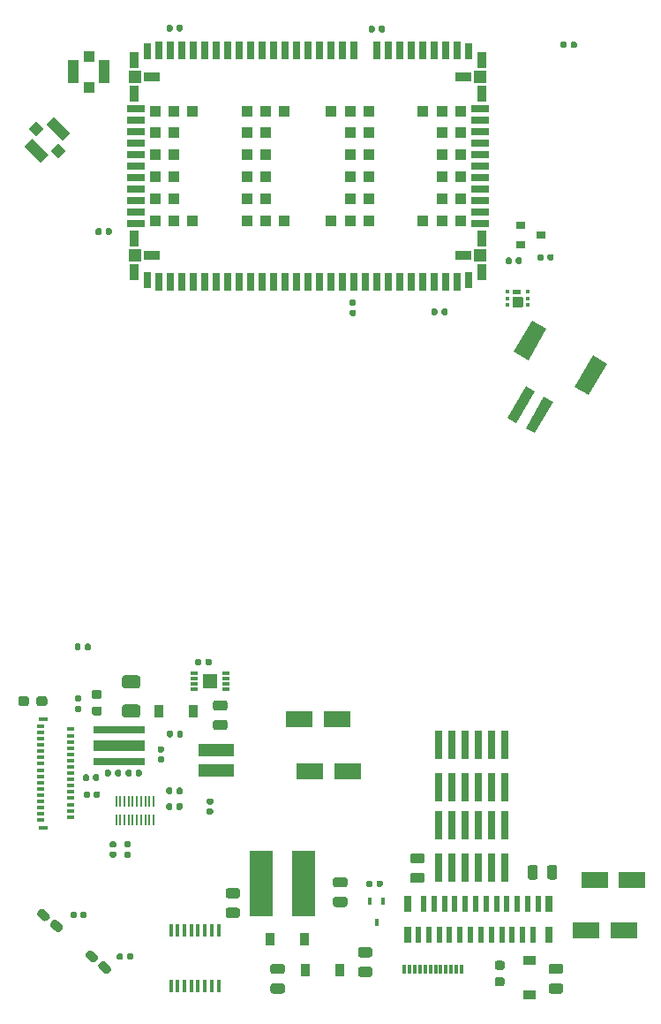
<source format=gbr>
G04 #@! TF.GenerationSoftware,KiCad,Pcbnew,5.1.6+dfsg1-1~bpo10+1*
G04 #@! TF.CreationDate,2020-12-21T12:29:25-05:00*
G04 #@! TF.ProjectId,4GRCP_Mainboard,34475243-505f-44d6-9169-6e626f617264,rev?*
G04 #@! TF.SameCoordinates,Original*
G04 #@! TF.FileFunction,Paste,Top*
G04 #@! TF.FilePolarity,Positive*
%FSLAX46Y46*%
G04 Gerber Fmt 4.6, Leading zero omitted, Abs format (unit mm)*
G04 Created by KiCad (PCBNEW 5.1.6+dfsg1-1~bpo10+1) date 2020-12-21 12:29:25*
%MOMM*%
%LPD*%
G01*
G04 APERTURE LIST*
%ADD10C,0.010000*%
%ADD11R,0.350000X0.890000*%
%ADD12R,0.800000X1.600000*%
%ADD13R,0.600000X1.600000*%
%ADD14R,0.740000X2.790000*%
%ADD15R,0.406400X1.270000*%
%ADD16R,5.000000X0.700000*%
%ADD17R,5.000000X1.000000*%
%ADD18C,0.100000*%
%ADD19R,2.600000X1.600000*%
%ADD20R,1.000000X1.000000*%
%ADD21R,1.050000X2.200000*%
%ADD22R,3.400000X1.200000*%
%ADD23R,0.450000X0.300000*%
%ADD24R,0.850000X1.550000*%
%ADD25R,1.550000X0.850000*%
%ADD26R,1.150000X1.150000*%
%ADD27R,0.800000X1.500000*%
%ADD28R,0.750000X1.750000*%
%ADD29R,1.750000X0.750000*%
%ADD30R,1.050000X1.050000*%
%ADD31R,0.200000X1.000000*%
%ADD32R,0.200000X1.100000*%
%ADD33R,0.800000X0.300000*%
%ADD34R,0.650000X0.300000*%
%ADD35R,0.950000X0.400000*%
%ADD36R,0.900000X1.200000*%
%ADD37R,0.750000X0.300000*%
%ADD38R,1.360000X1.460000*%
%ADD39R,1.200000X0.900000*%
%ADD40R,0.450000X0.700000*%
%ADD41R,0.900000X0.800000*%
%ADD42R,2.200000X6.300000*%
G04 APERTURE END LIST*
D10*
G36*
X168000000Y-83455000D02*
G01*
X167200000Y-83455000D01*
X167197383Y-83454931D01*
X167194774Y-83454726D01*
X167192178Y-83454384D01*
X167189604Y-83453907D01*
X167187059Y-83453296D01*
X167184549Y-83452553D01*
X167182082Y-83451679D01*
X167179663Y-83450677D01*
X167177300Y-83449550D01*
X167175000Y-83448301D01*
X167172768Y-83446934D01*
X167170611Y-83445451D01*
X167168534Y-83443857D01*
X167166543Y-83442157D01*
X167164645Y-83440355D01*
X167162843Y-83438457D01*
X167161143Y-83436466D01*
X167159549Y-83434389D01*
X167158066Y-83432232D01*
X167156699Y-83430000D01*
X167155450Y-83427700D01*
X167154323Y-83425337D01*
X167153321Y-83422918D01*
X167152447Y-83420451D01*
X167151704Y-83417941D01*
X167151093Y-83415396D01*
X167150616Y-83412822D01*
X167150274Y-83410226D01*
X167150069Y-83407617D01*
X167150000Y-83405000D01*
X167150000Y-82645000D01*
X167150069Y-82642383D01*
X167150274Y-82639774D01*
X167150616Y-82637178D01*
X167151093Y-82634604D01*
X167151704Y-82632059D01*
X167152447Y-82629549D01*
X167153321Y-82627082D01*
X167154323Y-82624663D01*
X167155450Y-82622300D01*
X167156699Y-82620000D01*
X167158066Y-82617768D01*
X167159549Y-82615611D01*
X167161143Y-82613534D01*
X167162843Y-82611543D01*
X167164645Y-82609645D01*
X167166543Y-82607843D01*
X167168534Y-82606143D01*
X167170611Y-82604549D01*
X167172768Y-82603066D01*
X167175000Y-82601699D01*
X167177300Y-82600450D01*
X167179663Y-82599323D01*
X167182082Y-82598321D01*
X167184549Y-82597447D01*
X167187059Y-82596704D01*
X167189604Y-82596093D01*
X167192178Y-82595616D01*
X167194774Y-82595274D01*
X167197383Y-82595069D01*
X167200000Y-82595000D01*
X168000000Y-82595000D01*
X168002617Y-82595069D01*
X168005226Y-82595274D01*
X168007822Y-82595616D01*
X168010396Y-82596093D01*
X168012941Y-82596704D01*
X168015451Y-82597447D01*
X168017918Y-82598321D01*
X168020337Y-82599323D01*
X168022700Y-82600450D01*
X168025000Y-82601699D01*
X168027232Y-82603066D01*
X168029389Y-82604549D01*
X168031466Y-82606143D01*
X168033457Y-82607843D01*
X168035355Y-82609645D01*
X168037157Y-82611543D01*
X168038857Y-82613534D01*
X168040451Y-82615611D01*
X168041934Y-82617768D01*
X168043301Y-82620000D01*
X168044550Y-82622300D01*
X168045677Y-82624663D01*
X168046679Y-82627082D01*
X168047553Y-82629549D01*
X168048296Y-82632059D01*
X168048907Y-82634604D01*
X168049384Y-82637178D01*
X168049726Y-82639774D01*
X168049931Y-82642383D01*
X168050000Y-82645000D01*
X168050000Y-83405000D01*
X168049931Y-83407617D01*
X168049726Y-83410226D01*
X168049384Y-83412822D01*
X168048907Y-83415396D01*
X168048296Y-83417941D01*
X168047553Y-83420451D01*
X168046679Y-83422918D01*
X168045677Y-83425337D01*
X168044550Y-83427700D01*
X168043301Y-83430000D01*
X168041934Y-83432232D01*
X168040451Y-83434389D01*
X168038857Y-83436466D01*
X168037157Y-83438457D01*
X168035355Y-83440355D01*
X168033457Y-83442157D01*
X168031466Y-83443857D01*
X168029389Y-83445451D01*
X168027232Y-83446934D01*
X168025000Y-83448301D01*
X168022700Y-83449550D01*
X168020337Y-83450677D01*
X168017918Y-83451679D01*
X168015451Y-83452553D01*
X168012941Y-83453296D01*
X168010396Y-83453907D01*
X168007822Y-83454384D01*
X168005226Y-83454726D01*
X168002617Y-83454931D01*
X168000000Y-83455000D01*
G37*
X168000000Y-83455000D02*
X167200000Y-83455000D01*
X167197383Y-83454931D01*
X167194774Y-83454726D01*
X167192178Y-83454384D01*
X167189604Y-83453907D01*
X167187059Y-83453296D01*
X167184549Y-83452553D01*
X167182082Y-83451679D01*
X167179663Y-83450677D01*
X167177300Y-83449550D01*
X167175000Y-83448301D01*
X167172768Y-83446934D01*
X167170611Y-83445451D01*
X167168534Y-83443857D01*
X167166543Y-83442157D01*
X167164645Y-83440355D01*
X167162843Y-83438457D01*
X167161143Y-83436466D01*
X167159549Y-83434389D01*
X167158066Y-83432232D01*
X167156699Y-83430000D01*
X167155450Y-83427700D01*
X167154323Y-83425337D01*
X167153321Y-83422918D01*
X167152447Y-83420451D01*
X167151704Y-83417941D01*
X167151093Y-83415396D01*
X167150616Y-83412822D01*
X167150274Y-83410226D01*
X167150069Y-83407617D01*
X167150000Y-83405000D01*
X167150000Y-82645000D01*
X167150069Y-82642383D01*
X167150274Y-82639774D01*
X167150616Y-82637178D01*
X167151093Y-82634604D01*
X167151704Y-82632059D01*
X167152447Y-82629549D01*
X167153321Y-82627082D01*
X167154323Y-82624663D01*
X167155450Y-82622300D01*
X167156699Y-82620000D01*
X167158066Y-82617768D01*
X167159549Y-82615611D01*
X167161143Y-82613534D01*
X167162843Y-82611543D01*
X167164645Y-82609645D01*
X167166543Y-82607843D01*
X167168534Y-82606143D01*
X167170611Y-82604549D01*
X167172768Y-82603066D01*
X167175000Y-82601699D01*
X167177300Y-82600450D01*
X167179663Y-82599323D01*
X167182082Y-82598321D01*
X167184549Y-82597447D01*
X167187059Y-82596704D01*
X167189604Y-82596093D01*
X167192178Y-82595616D01*
X167194774Y-82595274D01*
X167197383Y-82595069D01*
X167200000Y-82595000D01*
X168000000Y-82595000D01*
X168002617Y-82595069D01*
X168005226Y-82595274D01*
X168007822Y-82595616D01*
X168010396Y-82596093D01*
X168012941Y-82596704D01*
X168015451Y-82597447D01*
X168017918Y-82598321D01*
X168020337Y-82599323D01*
X168022700Y-82600450D01*
X168025000Y-82601699D01*
X168027232Y-82603066D01*
X168029389Y-82604549D01*
X168031466Y-82606143D01*
X168033457Y-82607843D01*
X168035355Y-82609645D01*
X168037157Y-82611543D01*
X168038857Y-82613534D01*
X168040451Y-82615611D01*
X168041934Y-82617768D01*
X168043301Y-82620000D01*
X168044550Y-82622300D01*
X168045677Y-82624663D01*
X168046679Y-82627082D01*
X168047553Y-82629549D01*
X168048296Y-82632059D01*
X168048907Y-82634604D01*
X168049384Y-82637178D01*
X168049726Y-82639774D01*
X168049931Y-82642383D01*
X168050000Y-82645000D01*
X168050000Y-83405000D01*
X168049931Y-83407617D01*
X168049726Y-83410226D01*
X168049384Y-83412822D01*
X168048907Y-83415396D01*
X168048296Y-83417941D01*
X168047553Y-83420451D01*
X168046679Y-83422918D01*
X168045677Y-83425337D01*
X168044550Y-83427700D01*
X168043301Y-83430000D01*
X168041934Y-83432232D01*
X168040451Y-83434389D01*
X168038857Y-83436466D01*
X168037157Y-83438457D01*
X168035355Y-83440355D01*
X168033457Y-83442157D01*
X168031466Y-83443857D01*
X168029389Y-83445451D01*
X168027232Y-83446934D01*
X168025000Y-83448301D01*
X168022700Y-83449550D01*
X168020337Y-83450677D01*
X168017918Y-83451679D01*
X168015451Y-83452553D01*
X168012941Y-83453296D01*
X168010396Y-83453907D01*
X168007822Y-83454384D01*
X168005226Y-83454726D01*
X168002617Y-83454931D01*
X168000000Y-83455000D01*
G36*
X167205000Y-81905000D02*
G01*
X167805000Y-81905000D01*
X167807617Y-81905069D01*
X167810226Y-81905274D01*
X167812822Y-81905616D01*
X167815396Y-81906093D01*
X167817941Y-81906704D01*
X167820451Y-81907447D01*
X167822918Y-81908321D01*
X167825337Y-81909323D01*
X167827700Y-81910450D01*
X167830000Y-81911699D01*
X167832232Y-81913066D01*
X167834389Y-81914549D01*
X167836466Y-81916143D01*
X167838457Y-81917843D01*
X167840355Y-81919645D01*
X167842157Y-81921543D01*
X167843857Y-81923534D01*
X167845451Y-81925611D01*
X167846934Y-81927768D01*
X167848301Y-81930000D01*
X167849550Y-81932300D01*
X167850677Y-81934663D01*
X167851679Y-81937082D01*
X167852553Y-81939549D01*
X167853296Y-81942059D01*
X167853907Y-81944604D01*
X167854384Y-81947178D01*
X167854726Y-81949774D01*
X167854931Y-81952383D01*
X167855000Y-81955000D01*
X167855000Y-82145000D01*
X167854931Y-82147617D01*
X167854726Y-82150226D01*
X167854384Y-82152822D01*
X167853907Y-82155396D01*
X167853296Y-82157941D01*
X167852553Y-82160451D01*
X167851679Y-82162918D01*
X167850677Y-82165337D01*
X167849550Y-82167700D01*
X167848301Y-82170000D01*
X167846934Y-82172232D01*
X167845451Y-82174389D01*
X167843857Y-82176466D01*
X167842157Y-82178457D01*
X167840355Y-82180355D01*
X167838457Y-82182157D01*
X167836466Y-82183857D01*
X167834389Y-82185451D01*
X167832232Y-82186934D01*
X167830000Y-82188301D01*
X167827700Y-82189550D01*
X167825337Y-82190677D01*
X167822918Y-82191679D01*
X167820451Y-82192553D01*
X167817941Y-82193296D01*
X167815396Y-82193907D01*
X167812822Y-82194384D01*
X167810226Y-82194726D01*
X167807617Y-82194931D01*
X167805000Y-82195000D01*
X167205000Y-82195000D01*
X167202383Y-82194931D01*
X167199774Y-82194726D01*
X167197178Y-82194384D01*
X167194604Y-82193907D01*
X167192059Y-82193296D01*
X167189549Y-82192553D01*
X167187082Y-82191679D01*
X167184663Y-82190677D01*
X167182300Y-82189550D01*
X167180000Y-82188301D01*
X167177768Y-82186934D01*
X167175611Y-82185451D01*
X167173534Y-82183857D01*
X167171543Y-82182157D01*
X167169645Y-82180355D01*
X167167843Y-82178457D01*
X167166143Y-82176466D01*
X167164549Y-82174389D01*
X167163066Y-82172232D01*
X167161699Y-82170000D01*
X167160450Y-82167700D01*
X167159323Y-82165337D01*
X167158321Y-82162918D01*
X167157447Y-82160451D01*
X167156704Y-82157941D01*
X167156093Y-82155396D01*
X167155616Y-82152822D01*
X167155274Y-82150226D01*
X167155069Y-82147617D01*
X167155000Y-82145000D01*
X167155000Y-81955000D01*
X167155069Y-81952383D01*
X167155274Y-81949774D01*
X167155616Y-81947178D01*
X167156093Y-81944604D01*
X167156704Y-81942059D01*
X167157447Y-81939549D01*
X167158321Y-81937082D01*
X167159323Y-81934663D01*
X167160450Y-81932300D01*
X167161699Y-81930000D01*
X167163066Y-81927768D01*
X167164549Y-81925611D01*
X167166143Y-81923534D01*
X167167843Y-81921543D01*
X167169645Y-81919645D01*
X167171543Y-81917843D01*
X167173534Y-81916143D01*
X167175611Y-81914549D01*
X167177768Y-81913066D01*
X167180000Y-81911699D01*
X167182300Y-81910450D01*
X167184663Y-81909323D01*
X167187082Y-81908321D01*
X167189549Y-81907447D01*
X167192059Y-81906704D01*
X167194604Y-81906093D01*
X167197178Y-81905616D01*
X167199774Y-81905274D01*
X167202383Y-81905069D01*
X167205000Y-81905000D01*
G37*
X167205000Y-81905000D02*
X167805000Y-81905000D01*
X167807617Y-81905069D01*
X167810226Y-81905274D01*
X167812822Y-81905616D01*
X167815396Y-81906093D01*
X167817941Y-81906704D01*
X167820451Y-81907447D01*
X167822918Y-81908321D01*
X167825337Y-81909323D01*
X167827700Y-81910450D01*
X167830000Y-81911699D01*
X167832232Y-81913066D01*
X167834389Y-81914549D01*
X167836466Y-81916143D01*
X167838457Y-81917843D01*
X167840355Y-81919645D01*
X167842157Y-81921543D01*
X167843857Y-81923534D01*
X167845451Y-81925611D01*
X167846934Y-81927768D01*
X167848301Y-81930000D01*
X167849550Y-81932300D01*
X167850677Y-81934663D01*
X167851679Y-81937082D01*
X167852553Y-81939549D01*
X167853296Y-81942059D01*
X167853907Y-81944604D01*
X167854384Y-81947178D01*
X167854726Y-81949774D01*
X167854931Y-81952383D01*
X167855000Y-81955000D01*
X167855000Y-82145000D01*
X167854931Y-82147617D01*
X167854726Y-82150226D01*
X167854384Y-82152822D01*
X167853907Y-82155396D01*
X167853296Y-82157941D01*
X167852553Y-82160451D01*
X167851679Y-82162918D01*
X167850677Y-82165337D01*
X167849550Y-82167700D01*
X167848301Y-82170000D01*
X167846934Y-82172232D01*
X167845451Y-82174389D01*
X167843857Y-82176466D01*
X167842157Y-82178457D01*
X167840355Y-82180355D01*
X167838457Y-82182157D01*
X167836466Y-82183857D01*
X167834389Y-82185451D01*
X167832232Y-82186934D01*
X167830000Y-82188301D01*
X167827700Y-82189550D01*
X167825337Y-82190677D01*
X167822918Y-82191679D01*
X167820451Y-82192553D01*
X167817941Y-82193296D01*
X167815396Y-82193907D01*
X167812822Y-82194384D01*
X167810226Y-82194726D01*
X167807617Y-82194931D01*
X167805000Y-82195000D01*
X167205000Y-82195000D01*
X167202383Y-82194931D01*
X167199774Y-82194726D01*
X167197178Y-82194384D01*
X167194604Y-82193907D01*
X167192059Y-82193296D01*
X167189549Y-82192553D01*
X167187082Y-82191679D01*
X167184663Y-82190677D01*
X167182300Y-82189550D01*
X167180000Y-82188301D01*
X167177768Y-82186934D01*
X167175611Y-82185451D01*
X167173534Y-82183857D01*
X167171543Y-82182157D01*
X167169645Y-82180355D01*
X167167843Y-82178457D01*
X167166143Y-82176466D01*
X167164549Y-82174389D01*
X167163066Y-82172232D01*
X167161699Y-82170000D01*
X167160450Y-82167700D01*
X167159323Y-82165337D01*
X167158321Y-82162918D01*
X167157447Y-82160451D01*
X167156704Y-82157941D01*
X167156093Y-82155396D01*
X167155616Y-82152822D01*
X167155274Y-82150226D01*
X167155069Y-82147617D01*
X167155000Y-82145000D01*
X167155000Y-81955000D01*
X167155069Y-81952383D01*
X167155274Y-81949774D01*
X167155616Y-81947178D01*
X167156093Y-81944604D01*
X167156704Y-81942059D01*
X167157447Y-81939549D01*
X167158321Y-81937082D01*
X167159323Y-81934663D01*
X167160450Y-81932300D01*
X167161699Y-81930000D01*
X167163066Y-81927768D01*
X167164549Y-81925611D01*
X167166143Y-81923534D01*
X167167843Y-81921543D01*
X167169645Y-81919645D01*
X167171543Y-81917843D01*
X167173534Y-81916143D01*
X167175611Y-81914549D01*
X167177768Y-81913066D01*
X167180000Y-81911699D01*
X167182300Y-81910450D01*
X167184663Y-81909323D01*
X167187082Y-81908321D01*
X167189549Y-81907447D01*
X167192059Y-81906704D01*
X167194604Y-81906093D01*
X167197178Y-81905616D01*
X167199774Y-81905274D01*
X167202383Y-81905069D01*
X167205000Y-81905000D01*
D11*
X162250000Y-147000000D03*
X161750000Y-147000000D03*
X161250000Y-147000000D03*
X160750000Y-147000000D03*
X160250000Y-147000000D03*
X159750000Y-147000000D03*
X159250000Y-147000000D03*
X158750000Y-147000000D03*
X158250000Y-147000000D03*
X157750000Y-147000000D03*
X157250000Y-147000000D03*
X156750000Y-147000000D03*
G36*
G01*
X151056250Y-139150000D02*
X150143750Y-139150000D01*
G75*
G02*
X149900000Y-138906250I0J243750D01*
G01*
X149900000Y-138418750D01*
G75*
G02*
X150143750Y-138175000I243750J0D01*
G01*
X151056250Y-138175000D01*
G75*
G02*
X151300000Y-138418750I0J-243750D01*
G01*
X151300000Y-138906250D01*
G75*
G02*
X151056250Y-139150000I-243750J0D01*
G01*
G37*
G36*
G01*
X151056250Y-141025000D02*
X150143750Y-141025000D01*
G75*
G02*
X149900000Y-140781250I0J243750D01*
G01*
X149900000Y-140293750D01*
G75*
G02*
X150143750Y-140050000I243750J0D01*
G01*
X151056250Y-140050000D01*
G75*
G02*
X151300000Y-140293750I0J-243750D01*
G01*
X151300000Y-140781250D01*
G75*
G02*
X151056250Y-141025000I-243750J0D01*
G01*
G37*
D12*
X170600000Y-143650000D03*
X170600000Y-140750000D03*
X157100000Y-143650000D03*
X157100000Y-140750000D03*
D13*
X169600000Y-140750000D03*
X169100000Y-143650000D03*
X168600000Y-140750000D03*
X168100000Y-143650000D03*
X167600000Y-140750000D03*
X167100000Y-143650000D03*
X166600000Y-140750000D03*
X166100000Y-143650000D03*
X165600000Y-140750000D03*
X165100000Y-143650000D03*
X164600000Y-140750000D03*
X164100000Y-143650000D03*
X163600000Y-140750000D03*
X163100000Y-143650000D03*
X162600000Y-140750000D03*
X162100000Y-143650000D03*
X161600000Y-140750000D03*
X161100000Y-143650000D03*
X160600000Y-140750000D03*
X160100000Y-143650000D03*
X159600000Y-140750000D03*
X159100000Y-143650000D03*
X158600000Y-140750000D03*
X158100000Y-143650000D03*
D14*
X166375000Y-137235000D03*
X165105000Y-137235000D03*
X166375000Y-133165000D03*
X165105000Y-133165000D03*
X163835000Y-137235000D03*
X162565000Y-137235000D03*
X163835000Y-133165000D03*
X162565000Y-133165000D03*
X161295000Y-133165000D03*
X161295000Y-137235000D03*
X160025000Y-133165000D03*
X160025000Y-137235000D03*
X166375000Y-129535000D03*
X165105000Y-129535000D03*
X166375000Y-125465000D03*
X165105000Y-125465000D03*
X163835000Y-129535000D03*
X162565000Y-129535000D03*
X163835000Y-125465000D03*
X162565000Y-125465000D03*
X161295000Y-125465000D03*
X161295000Y-129535000D03*
X160025000Y-125465000D03*
X160025000Y-129535000D03*
G36*
G01*
X127355795Y-146000923D02*
X127082609Y-146326491D01*
G75*
G02*
X126783233Y-146352683I-162784J136592D01*
G01*
X126170398Y-145838453D01*
G75*
G02*
X126144206Y-145539077I136592J162784D01*
G01*
X126417391Y-145213509D01*
G75*
G02*
X126716767Y-145187317I162784J-136592D01*
G01*
X127329602Y-145701547D01*
G75*
G02*
X127355794Y-146000923I-136592J-162784D01*
G01*
G37*
G36*
G01*
X128600617Y-147045453D02*
X128327431Y-147371021D01*
G75*
G02*
X128028055Y-147397213I-162784J136592D01*
G01*
X127415220Y-146882983D01*
G75*
G02*
X127389028Y-146583607I136592J162784D01*
G01*
X127662213Y-146258039D01*
G75*
G02*
X127961589Y-146231847I162784J-136592D01*
G01*
X128574424Y-146746077D01*
G75*
G02*
X128600616Y-147045453I-136592J-162784D01*
G01*
G37*
G36*
G01*
X122753384Y-142028658D02*
X122480198Y-142354226D01*
G75*
G02*
X122180822Y-142380418I-162784J136592D01*
G01*
X121567987Y-141866188D01*
G75*
G02*
X121541795Y-141566812I136592J162784D01*
G01*
X121814980Y-141241244D01*
G75*
G02*
X122114356Y-141215052I162784J-136592D01*
G01*
X122727191Y-141729282D01*
G75*
G02*
X122753383Y-142028658I-136592J-162784D01*
G01*
G37*
G36*
G01*
X123998206Y-143073188D02*
X123725020Y-143398756D01*
G75*
G02*
X123425644Y-143424948I-162784J136592D01*
G01*
X122812809Y-142910718D01*
G75*
G02*
X122786617Y-142611342I136592J162784D01*
G01*
X123059802Y-142285774D01*
G75*
G02*
X123359178Y-142259582I162784J-136592D01*
G01*
X123972013Y-142773812D01*
G75*
G02*
X123998205Y-143073188I-136592J-162784D01*
G01*
G37*
D15*
X138921000Y-148567000D03*
X138286000Y-148567000D03*
X137625600Y-148567000D03*
X136965200Y-148567000D03*
X136330200Y-148567000D03*
X135669800Y-148567000D03*
X135009400Y-148567000D03*
X134374400Y-148567000D03*
X134374400Y-143233000D03*
X135009400Y-143233000D03*
X135669800Y-143233000D03*
X136330200Y-143233000D03*
X136965200Y-143233000D03*
X137625600Y-143233000D03*
X138286000Y-143233000D03*
X138921000Y-143233000D03*
D16*
X129400000Y-127050000D03*
D17*
X129400000Y-125550000D03*
D16*
X129400000Y-124050000D03*
D18*
G36*
X173070629Y-91194969D02*
G01*
X174823229Y-88159377D01*
X176209043Y-88959477D01*
X174456443Y-91995069D01*
X173070629Y-91194969D01*
G37*
G36*
X167268259Y-87844969D02*
G01*
X169020859Y-84809377D01*
X170406673Y-85609477D01*
X168654073Y-88645069D01*
X167268259Y-87844969D01*
G37*
G36*
X166670733Y-94139517D02*
G01*
X168423333Y-91103925D01*
X169281217Y-91599225D01*
X167528617Y-94634817D01*
X166670733Y-94139517D01*
G37*
G36*
X168402782Y-95139516D02*
G01*
X170155382Y-92103924D01*
X171013266Y-92599224D01*
X169260666Y-95634816D01*
X168402782Y-95139516D01*
G37*
G36*
G01*
X137927500Y-131590000D02*
X138272500Y-131590000D01*
G75*
G02*
X138420000Y-131737500I0J-147500D01*
G01*
X138420000Y-132032500D01*
G75*
G02*
X138272500Y-132180000I-147500J0D01*
G01*
X137927500Y-132180000D01*
G75*
G02*
X137780000Y-132032500I0J147500D01*
G01*
X137780000Y-131737500D01*
G75*
G02*
X137927500Y-131590000I147500J0D01*
G01*
G37*
G36*
G01*
X137927500Y-130620000D02*
X138272500Y-130620000D01*
G75*
G02*
X138420000Y-130767500I0J-147500D01*
G01*
X138420000Y-131062500D01*
G75*
G02*
X138272500Y-131210000I-147500J0D01*
G01*
X137927500Y-131210000D01*
G75*
G02*
X137780000Y-131062500I0J147500D01*
G01*
X137780000Y-130767500D01*
G75*
G02*
X137927500Y-130620000I147500J0D01*
G01*
G37*
G36*
G01*
X134525000Y-56627500D02*
X134525000Y-56972500D01*
G75*
G02*
X134377500Y-57120000I-147500J0D01*
G01*
X134082500Y-57120000D01*
G75*
G02*
X133935000Y-56972500I0J147500D01*
G01*
X133935000Y-56627500D01*
G75*
G02*
X134082500Y-56480000I147500J0D01*
G01*
X134377500Y-56480000D01*
G75*
G02*
X134525000Y-56627500I0J-147500D01*
G01*
G37*
G36*
G01*
X135495000Y-56627500D02*
X135495000Y-56972500D01*
G75*
G02*
X135347500Y-57120000I-147500J0D01*
G01*
X135052500Y-57120000D01*
G75*
G02*
X134905000Y-56972500I0J147500D01*
G01*
X134905000Y-56627500D01*
G75*
G02*
X135052500Y-56480000I147500J0D01*
G01*
X135347500Y-56480000D01*
G75*
G02*
X135495000Y-56627500I0J-147500D01*
G01*
G37*
G36*
G01*
X153320000Y-57072500D02*
X153320000Y-56727500D01*
G75*
G02*
X153467500Y-56580000I147500J0D01*
G01*
X153762500Y-56580000D01*
G75*
G02*
X153910000Y-56727500I0J-147500D01*
G01*
X153910000Y-57072500D01*
G75*
G02*
X153762500Y-57220000I-147500J0D01*
G01*
X153467500Y-57220000D01*
G75*
G02*
X153320000Y-57072500I0J147500D01*
G01*
G37*
G36*
G01*
X154290000Y-57072500D02*
X154290000Y-56727500D01*
G75*
G02*
X154437500Y-56580000I147500J0D01*
G01*
X154732500Y-56580000D01*
G75*
G02*
X154880000Y-56727500I0J-147500D01*
G01*
X154880000Y-57072500D01*
G75*
G02*
X154732500Y-57220000I-147500J0D01*
G01*
X154437500Y-57220000D01*
G75*
G02*
X154290000Y-57072500I0J147500D01*
G01*
G37*
G36*
G01*
X172705000Y-58572500D02*
X172705000Y-58227500D01*
G75*
G02*
X172852500Y-58080000I147500J0D01*
G01*
X173147500Y-58080000D01*
G75*
G02*
X173295000Y-58227500I0J-147500D01*
G01*
X173295000Y-58572500D01*
G75*
G02*
X173147500Y-58720000I-147500J0D01*
G01*
X172852500Y-58720000D01*
G75*
G02*
X172705000Y-58572500I0J147500D01*
G01*
G37*
G36*
G01*
X171735000Y-58572500D02*
X171735000Y-58227500D01*
G75*
G02*
X171882500Y-58080000I147500J0D01*
G01*
X172177500Y-58080000D01*
G75*
G02*
X172325000Y-58227500I0J-147500D01*
G01*
X172325000Y-58572500D01*
G75*
G02*
X172177500Y-58720000I-147500J0D01*
G01*
X171882500Y-58720000D01*
G75*
G02*
X171735000Y-58572500I0J147500D01*
G01*
G37*
G36*
G01*
X166480000Y-79272500D02*
X166480000Y-78927500D01*
G75*
G02*
X166627500Y-78780000I147500J0D01*
G01*
X166922500Y-78780000D01*
G75*
G02*
X167070000Y-78927500I0J-147500D01*
G01*
X167070000Y-79272500D01*
G75*
G02*
X166922500Y-79420000I-147500J0D01*
G01*
X166627500Y-79420000D01*
G75*
G02*
X166480000Y-79272500I0J147500D01*
G01*
G37*
G36*
G01*
X167450000Y-79272500D02*
X167450000Y-78927500D01*
G75*
G02*
X167597500Y-78780000I147500J0D01*
G01*
X167892500Y-78780000D01*
G75*
G02*
X168040000Y-78927500I0J-147500D01*
G01*
X168040000Y-79272500D01*
G75*
G02*
X167892500Y-79420000I-147500J0D01*
G01*
X167597500Y-79420000D01*
G75*
G02*
X167450000Y-79272500I0J147500D01*
G01*
G37*
G36*
G01*
X160315000Y-84172500D02*
X160315000Y-83827500D01*
G75*
G02*
X160462500Y-83680000I147500J0D01*
G01*
X160757500Y-83680000D01*
G75*
G02*
X160905000Y-83827500I0J-147500D01*
G01*
X160905000Y-84172500D01*
G75*
G02*
X160757500Y-84320000I-147500J0D01*
G01*
X160462500Y-84320000D01*
G75*
G02*
X160315000Y-84172500I0J147500D01*
G01*
G37*
G36*
G01*
X159345000Y-84172500D02*
X159345000Y-83827500D01*
G75*
G02*
X159492500Y-83680000I147500J0D01*
G01*
X159787500Y-83680000D01*
G75*
G02*
X159935000Y-83827500I0J-147500D01*
G01*
X159935000Y-84172500D01*
G75*
G02*
X159787500Y-84320000I-147500J0D01*
G01*
X159492500Y-84320000D01*
G75*
G02*
X159345000Y-84172500I0J147500D01*
G01*
G37*
G36*
G01*
X127120000Y-76472500D02*
X127120000Y-76127500D01*
G75*
G02*
X127267500Y-75980000I147500J0D01*
G01*
X127562500Y-75980000D01*
G75*
G02*
X127710000Y-76127500I0J-147500D01*
G01*
X127710000Y-76472500D01*
G75*
G02*
X127562500Y-76620000I-147500J0D01*
G01*
X127267500Y-76620000D01*
G75*
G02*
X127120000Y-76472500I0J147500D01*
G01*
G37*
G36*
G01*
X128090000Y-76472500D02*
X128090000Y-76127500D01*
G75*
G02*
X128237500Y-75980000I147500J0D01*
G01*
X128532500Y-75980000D01*
G75*
G02*
X128680000Y-76127500I0J-147500D01*
G01*
X128680000Y-76472500D01*
G75*
G02*
X128532500Y-76620000I-147500J0D01*
G01*
X128237500Y-76620000D01*
G75*
G02*
X128090000Y-76472500I0J147500D01*
G01*
G37*
G36*
G01*
X125710000Y-115927500D02*
X125710000Y-116272500D01*
G75*
G02*
X125562500Y-116420000I-147500J0D01*
G01*
X125267500Y-116420000D01*
G75*
G02*
X125120000Y-116272500I0J147500D01*
G01*
X125120000Y-115927500D01*
G75*
G02*
X125267500Y-115780000I147500J0D01*
G01*
X125562500Y-115780000D01*
G75*
G02*
X125710000Y-115927500I0J-147500D01*
G01*
G37*
G36*
G01*
X126680000Y-115927500D02*
X126680000Y-116272500D01*
G75*
G02*
X126532500Y-116420000I-147500J0D01*
G01*
X126237500Y-116420000D01*
G75*
G02*
X126090000Y-116272500I0J147500D01*
G01*
X126090000Y-115927500D01*
G75*
G02*
X126237500Y-115780000I147500J0D01*
G01*
X126532500Y-115780000D01*
G75*
G02*
X126680000Y-115927500I0J-147500D01*
G01*
G37*
G36*
G01*
X125622500Y-122330000D02*
X125277500Y-122330000D01*
G75*
G02*
X125130000Y-122182500I0J147500D01*
G01*
X125130000Y-121887500D01*
G75*
G02*
X125277500Y-121740000I147500J0D01*
G01*
X125622500Y-121740000D01*
G75*
G02*
X125770000Y-121887500I0J-147500D01*
G01*
X125770000Y-122182500D01*
G75*
G02*
X125622500Y-122330000I-147500J0D01*
G01*
G37*
G36*
G01*
X125622500Y-121360000D02*
X125277500Y-121360000D01*
G75*
G02*
X125130000Y-121212500I0J147500D01*
G01*
X125130000Y-120917500D01*
G75*
G02*
X125277500Y-120770000I147500J0D01*
G01*
X125622500Y-120770000D01*
G75*
G02*
X125770000Y-120917500I0J-147500D01*
G01*
X125770000Y-121212500D01*
G75*
G02*
X125622500Y-121360000I-147500J0D01*
G01*
G37*
G36*
G01*
X165643750Y-146175000D02*
X166156250Y-146175000D01*
G75*
G02*
X166375000Y-146393750I0J-218750D01*
G01*
X166375000Y-146831250D01*
G75*
G02*
X166156250Y-147050000I-218750J0D01*
G01*
X165643750Y-147050000D01*
G75*
G02*
X165425000Y-146831250I0J218750D01*
G01*
X165425000Y-146393750D01*
G75*
G02*
X165643750Y-146175000I218750J0D01*
G01*
G37*
G36*
G01*
X165643750Y-147750000D02*
X166156250Y-147750000D01*
G75*
G02*
X166375000Y-147968750I0J-218750D01*
G01*
X166375000Y-148406250D01*
G75*
G02*
X166156250Y-148625000I-218750J0D01*
G01*
X165643750Y-148625000D01*
G75*
G02*
X165425000Y-148406250I0J218750D01*
G01*
X165425000Y-147968750D01*
G75*
G02*
X165643750Y-147750000I218750J0D01*
G01*
G37*
G36*
G01*
X127506250Y-122675000D02*
X126993750Y-122675000D01*
G75*
G02*
X126775000Y-122456250I0J218750D01*
G01*
X126775000Y-122018750D01*
G75*
G02*
X126993750Y-121800000I218750J0D01*
G01*
X127506250Y-121800000D01*
G75*
G02*
X127725000Y-122018750I0J-218750D01*
G01*
X127725000Y-122456250D01*
G75*
G02*
X127506250Y-122675000I-218750J0D01*
G01*
G37*
G36*
G01*
X127506250Y-121100000D02*
X126993750Y-121100000D01*
G75*
G02*
X126775000Y-120881250I0J218750D01*
G01*
X126775000Y-120443750D01*
G75*
G02*
X126993750Y-120225000I218750J0D01*
G01*
X127506250Y-120225000D01*
G75*
G02*
X127725000Y-120443750I0J-218750D01*
G01*
X127725000Y-120881250D01*
G75*
G02*
X127506250Y-121100000I-218750J0D01*
G01*
G37*
D19*
X177800000Y-143250000D03*
X174200000Y-143250000D03*
X146700000Y-123000000D03*
X150300000Y-123000000D03*
X147700000Y-128000000D03*
X151300000Y-128000000D03*
X175000000Y-138400000D03*
X178600000Y-138400000D03*
D18*
G36*
X121863603Y-69692032D02*
G01*
X120307968Y-68136397D01*
X121050431Y-67393934D01*
X122606066Y-68949569D01*
X121863603Y-69692032D01*
G37*
G36*
X123949569Y-67606066D02*
G01*
X122393934Y-66050431D01*
X123136397Y-65307968D01*
X124692032Y-66863603D01*
X123949569Y-67606066D01*
G37*
G36*
X121439340Y-67146447D02*
G01*
X120732233Y-66439340D01*
X121439340Y-65732233D01*
X122146447Y-66439340D01*
X121439340Y-67146447D01*
G37*
G36*
X123560660Y-69267767D02*
G01*
X122853553Y-68560660D01*
X123560660Y-67853553D01*
X124267767Y-68560660D01*
X123560660Y-69267767D01*
G37*
D20*
X126500000Y-62500000D03*
X126500000Y-59500000D03*
D21*
X127975000Y-61000000D03*
X125025000Y-61000000D03*
D22*
X138700000Y-125950000D03*
X138700000Y-127950000D03*
D23*
X166625000Y-83350000D03*
X166625000Y-82700000D03*
X166625000Y-82050000D03*
X168575000Y-82050000D03*
X168575000Y-82700000D03*
X168575000Y-83350000D03*
G36*
G01*
X133572500Y-126210000D02*
X133227500Y-126210000D01*
G75*
G02*
X133080000Y-126062500I0J147500D01*
G01*
X133080000Y-125767500D01*
G75*
G02*
X133227500Y-125620000I147500J0D01*
G01*
X133572500Y-125620000D01*
G75*
G02*
X133720000Y-125767500I0J-147500D01*
G01*
X133720000Y-126062500D01*
G75*
G02*
X133572500Y-126210000I-147500J0D01*
G01*
G37*
G36*
G01*
X133572500Y-127180000D02*
X133227500Y-127180000D01*
G75*
G02*
X133080000Y-127032500I0J147500D01*
G01*
X133080000Y-126737500D01*
G75*
G02*
X133227500Y-126590000I147500J0D01*
G01*
X133572500Y-126590000D01*
G75*
G02*
X133720000Y-126737500I0J-147500D01*
G01*
X133720000Y-127032500D01*
G75*
G02*
X133572500Y-127180000I-147500J0D01*
G01*
G37*
G36*
G01*
X129580000Y-128027500D02*
X129580000Y-128372500D01*
G75*
G02*
X129432500Y-128520000I-147500J0D01*
G01*
X129137500Y-128520000D01*
G75*
G02*
X128990000Y-128372500I0J147500D01*
G01*
X128990000Y-128027500D01*
G75*
G02*
X129137500Y-127880000I147500J0D01*
G01*
X129432500Y-127880000D01*
G75*
G02*
X129580000Y-128027500I0J-147500D01*
G01*
G37*
G36*
G01*
X128610000Y-128027500D02*
X128610000Y-128372500D01*
G75*
G02*
X128462500Y-128520000I-147500J0D01*
G01*
X128167500Y-128520000D01*
G75*
G02*
X128020000Y-128372500I0J147500D01*
G01*
X128020000Y-128027500D01*
G75*
G02*
X128167500Y-127880000I147500J0D01*
G01*
X128462500Y-127880000D01*
G75*
G02*
X128610000Y-128027500I0J-147500D01*
G01*
G37*
G36*
G01*
X129770000Y-145597500D02*
X129770000Y-145942500D01*
G75*
G02*
X129622500Y-146090000I-147500J0D01*
G01*
X129327500Y-146090000D01*
G75*
G02*
X129180000Y-145942500I0J147500D01*
G01*
X129180000Y-145597500D01*
G75*
G02*
X129327500Y-145450000I147500J0D01*
G01*
X129622500Y-145450000D01*
G75*
G02*
X129770000Y-145597500I0J-147500D01*
G01*
G37*
G36*
G01*
X130740000Y-145597500D02*
X130740000Y-145942500D01*
G75*
G02*
X130592500Y-146090000I-147500J0D01*
G01*
X130297500Y-146090000D01*
G75*
G02*
X130150000Y-145942500I0J147500D01*
G01*
X130150000Y-145597500D01*
G75*
G02*
X130297500Y-145450000I147500J0D01*
G01*
X130592500Y-145450000D01*
G75*
G02*
X130740000Y-145597500I0J-147500D01*
G01*
G37*
G36*
G01*
X125300000Y-141597500D02*
X125300000Y-141942500D01*
G75*
G02*
X125152500Y-142090000I-147500J0D01*
G01*
X124857500Y-142090000D01*
G75*
G02*
X124710000Y-141942500I0J147500D01*
G01*
X124710000Y-141597500D01*
G75*
G02*
X124857500Y-141450000I147500J0D01*
G01*
X125152500Y-141450000D01*
G75*
G02*
X125300000Y-141597500I0J-147500D01*
G01*
G37*
G36*
G01*
X126270000Y-141597500D02*
X126270000Y-141942500D01*
G75*
G02*
X126122500Y-142090000I-147500J0D01*
G01*
X125827500Y-142090000D01*
G75*
G02*
X125680000Y-141942500I0J147500D01*
G01*
X125680000Y-141597500D01*
G75*
G02*
X125827500Y-141450000I147500J0D01*
G01*
X126122500Y-141450000D01*
G75*
G02*
X126270000Y-141597500I0J-147500D01*
G01*
G37*
G36*
G01*
X134940000Y-124622500D02*
X134940000Y-124277500D01*
G75*
G02*
X135087500Y-124130000I147500J0D01*
G01*
X135382500Y-124130000D01*
G75*
G02*
X135530000Y-124277500I0J-147500D01*
G01*
X135530000Y-124622500D01*
G75*
G02*
X135382500Y-124770000I-147500J0D01*
G01*
X135087500Y-124770000D01*
G75*
G02*
X134940000Y-124622500I0J147500D01*
G01*
G37*
G36*
G01*
X133970000Y-124622500D02*
X133970000Y-124277500D01*
G75*
G02*
X134117500Y-124130000I147500J0D01*
G01*
X134412500Y-124130000D01*
G75*
G02*
X134560000Y-124277500I0J-147500D01*
G01*
X134560000Y-124622500D01*
G75*
G02*
X134412500Y-124770000I-147500J0D01*
G01*
X134117500Y-124770000D01*
G75*
G02*
X133970000Y-124622500I0J147500D01*
G01*
G37*
G36*
G01*
X136695000Y-117722500D02*
X136695000Y-117377500D01*
G75*
G02*
X136842500Y-117230000I147500J0D01*
G01*
X137137500Y-117230000D01*
G75*
G02*
X137285000Y-117377500I0J-147500D01*
G01*
X137285000Y-117722500D01*
G75*
G02*
X137137500Y-117870000I-147500J0D01*
G01*
X136842500Y-117870000D01*
G75*
G02*
X136695000Y-117722500I0J147500D01*
G01*
G37*
G36*
G01*
X137665000Y-117722500D02*
X137665000Y-117377500D01*
G75*
G02*
X137812500Y-117230000I147500J0D01*
G01*
X138107500Y-117230000D01*
G75*
G02*
X138255000Y-117377500I0J-147500D01*
G01*
X138255000Y-117722500D01*
G75*
G02*
X138107500Y-117870000I-147500J0D01*
G01*
X137812500Y-117870000D01*
G75*
G02*
X137665000Y-117722500I0J147500D01*
G01*
G37*
G36*
G01*
X151972500Y-83410000D02*
X151627500Y-83410000D01*
G75*
G02*
X151480000Y-83262500I0J147500D01*
G01*
X151480000Y-82967500D01*
G75*
G02*
X151627500Y-82820000I147500J0D01*
G01*
X151972500Y-82820000D01*
G75*
G02*
X152120000Y-82967500I0J-147500D01*
G01*
X152120000Y-83262500D01*
G75*
G02*
X151972500Y-83410000I-147500J0D01*
G01*
G37*
G36*
G01*
X151972500Y-84380000D02*
X151627500Y-84380000D01*
G75*
G02*
X151480000Y-84232500I0J147500D01*
G01*
X151480000Y-83937500D01*
G75*
G02*
X151627500Y-83790000I147500J0D01*
G01*
X151972500Y-83790000D01*
G75*
G02*
X152120000Y-83937500I0J-147500D01*
G01*
X152120000Y-84232500D01*
G75*
G02*
X151972500Y-84380000I-147500J0D01*
G01*
G37*
G36*
G01*
X134890000Y-131572500D02*
X134890000Y-131227500D01*
G75*
G02*
X135037500Y-131080000I147500J0D01*
G01*
X135332500Y-131080000D01*
G75*
G02*
X135480000Y-131227500I0J-147500D01*
G01*
X135480000Y-131572500D01*
G75*
G02*
X135332500Y-131720000I-147500J0D01*
G01*
X135037500Y-131720000D01*
G75*
G02*
X134890000Y-131572500I0J147500D01*
G01*
G37*
G36*
G01*
X133920000Y-131572500D02*
X133920000Y-131227500D01*
G75*
G02*
X134067500Y-131080000I147500J0D01*
G01*
X134362500Y-131080000D01*
G75*
G02*
X134510000Y-131227500I0J-147500D01*
G01*
X134510000Y-131572500D01*
G75*
G02*
X134362500Y-131720000I-147500J0D01*
G01*
X134067500Y-131720000D01*
G75*
G02*
X133920000Y-131572500I0J147500D01*
G01*
G37*
G36*
G01*
X133920000Y-130072500D02*
X133920000Y-129727500D01*
G75*
G02*
X134067500Y-129580000I147500J0D01*
G01*
X134362500Y-129580000D01*
G75*
G02*
X134510000Y-129727500I0J-147500D01*
G01*
X134510000Y-130072500D01*
G75*
G02*
X134362500Y-130220000I-147500J0D01*
G01*
X134067500Y-130220000D01*
G75*
G02*
X133920000Y-130072500I0J147500D01*
G01*
G37*
G36*
G01*
X134890000Y-130072500D02*
X134890000Y-129727500D01*
G75*
G02*
X135037500Y-129580000I147500J0D01*
G01*
X135332500Y-129580000D01*
G75*
G02*
X135480000Y-129727500I0J-147500D01*
G01*
X135480000Y-130072500D01*
G75*
G02*
X135332500Y-130220000I-147500J0D01*
G01*
X135037500Y-130220000D01*
G75*
G02*
X134890000Y-130072500I0J147500D01*
G01*
G37*
G36*
G01*
X126585000Y-130077500D02*
X126585000Y-130422500D01*
G75*
G02*
X126437500Y-130570000I-147500J0D01*
G01*
X126142500Y-130570000D01*
G75*
G02*
X125995000Y-130422500I0J147500D01*
G01*
X125995000Y-130077500D01*
G75*
G02*
X126142500Y-129930000I147500J0D01*
G01*
X126437500Y-129930000D01*
G75*
G02*
X126585000Y-130077500I0J-147500D01*
G01*
G37*
G36*
G01*
X127555000Y-130077500D02*
X127555000Y-130422500D01*
G75*
G02*
X127407500Y-130570000I-147500J0D01*
G01*
X127112500Y-130570000D01*
G75*
G02*
X126965000Y-130422500I0J147500D01*
G01*
X126965000Y-130077500D01*
G75*
G02*
X127112500Y-129930000I147500J0D01*
G01*
X127407500Y-129930000D01*
G75*
G02*
X127555000Y-130077500I0J-147500D01*
G01*
G37*
G36*
G01*
X128972500Y-136280000D02*
X128627500Y-136280000D01*
G75*
G02*
X128480000Y-136132500I0J147500D01*
G01*
X128480000Y-135837500D01*
G75*
G02*
X128627500Y-135690000I147500J0D01*
G01*
X128972500Y-135690000D01*
G75*
G02*
X129120000Y-135837500I0J-147500D01*
G01*
X129120000Y-136132500D01*
G75*
G02*
X128972500Y-136280000I-147500J0D01*
G01*
G37*
G36*
G01*
X128972500Y-135310000D02*
X128627500Y-135310000D01*
G75*
G02*
X128480000Y-135162500I0J147500D01*
G01*
X128480000Y-134867500D01*
G75*
G02*
X128627500Y-134720000I147500J0D01*
G01*
X128972500Y-134720000D01*
G75*
G02*
X129120000Y-134867500I0J-147500D01*
G01*
X129120000Y-135162500D01*
G75*
G02*
X128972500Y-135310000I-147500J0D01*
G01*
G37*
G36*
G01*
X126510000Y-128452500D02*
X126510000Y-128797500D01*
G75*
G02*
X126362500Y-128945000I-147500J0D01*
G01*
X126067500Y-128945000D01*
G75*
G02*
X125920000Y-128797500I0J147500D01*
G01*
X125920000Y-128452500D01*
G75*
G02*
X126067500Y-128305000I147500J0D01*
G01*
X126362500Y-128305000D01*
G75*
G02*
X126510000Y-128452500I0J-147500D01*
G01*
G37*
G36*
G01*
X127480000Y-128452500D02*
X127480000Y-128797500D01*
G75*
G02*
X127332500Y-128945000I-147500J0D01*
G01*
X127037500Y-128945000D01*
G75*
G02*
X126890000Y-128797500I0J147500D01*
G01*
X126890000Y-128452500D01*
G75*
G02*
X127037500Y-128305000I147500J0D01*
G01*
X127332500Y-128305000D01*
G75*
G02*
X127480000Y-128452500I0J-147500D01*
G01*
G37*
G36*
G01*
X130990000Y-128372500D02*
X130990000Y-128027500D01*
G75*
G02*
X131137500Y-127880000I147500J0D01*
G01*
X131432500Y-127880000D01*
G75*
G02*
X131580000Y-128027500I0J-147500D01*
G01*
X131580000Y-128372500D01*
G75*
G02*
X131432500Y-128520000I-147500J0D01*
G01*
X131137500Y-128520000D01*
G75*
G02*
X130990000Y-128372500I0J147500D01*
G01*
G37*
G36*
G01*
X130020000Y-128372500D02*
X130020000Y-128027500D01*
G75*
G02*
X130167500Y-127880000I147500J0D01*
G01*
X130462500Y-127880000D01*
G75*
G02*
X130610000Y-128027500I0J-147500D01*
G01*
X130610000Y-128372500D01*
G75*
G02*
X130462500Y-128520000I-147500J0D01*
G01*
X130167500Y-128520000D01*
G75*
G02*
X130020000Y-128372500I0J147500D01*
G01*
G37*
G36*
G01*
X120750000Y-121062500D02*
X120750000Y-121537500D01*
G75*
G02*
X120512500Y-121775000I-237500J0D01*
G01*
X119937500Y-121775000D01*
G75*
G02*
X119700000Y-121537500I0J237500D01*
G01*
X119700000Y-121062500D01*
G75*
G02*
X119937500Y-120825000I237500J0D01*
G01*
X120512500Y-120825000D01*
G75*
G02*
X120750000Y-121062500I0J-237500D01*
G01*
G37*
G36*
G01*
X122500000Y-121062500D02*
X122500000Y-121537500D01*
G75*
G02*
X122262500Y-121775000I-237500J0D01*
G01*
X121687500Y-121775000D01*
G75*
G02*
X121450000Y-121537500I0J237500D01*
G01*
X121450000Y-121062500D01*
G75*
G02*
X121687500Y-120825000I237500J0D01*
G01*
X122262500Y-120825000D01*
G75*
G02*
X122500000Y-121062500I0J-237500D01*
G01*
G37*
D24*
X130800000Y-80150000D03*
D25*
X132550000Y-78550000D03*
D26*
X130950000Y-78550000D03*
D24*
X130800000Y-76950000D03*
D27*
X162900000Y-80950000D03*
D28*
X161800000Y-81100000D03*
X160700000Y-81100000D03*
X159600000Y-81100000D03*
X158500000Y-81100000D03*
X157400000Y-81100000D03*
X156300000Y-81100000D03*
X155200000Y-81100000D03*
X154100000Y-81100000D03*
X153000000Y-81100000D03*
X151900000Y-81100000D03*
X150800000Y-81100000D03*
X149700000Y-81100000D03*
X148600000Y-81100000D03*
X147500000Y-81100000D03*
X146400000Y-81100000D03*
X145300000Y-81100000D03*
X144200000Y-81100000D03*
X143100000Y-81100000D03*
X142000000Y-81100000D03*
X140900000Y-81100000D03*
X139800000Y-81100000D03*
X138700000Y-81100000D03*
X137600000Y-81100000D03*
X136500000Y-81100000D03*
X135400000Y-81100000D03*
X134300000Y-81100000D03*
X133200000Y-81100000D03*
D27*
X132100000Y-80950000D03*
D25*
X162450000Y-78550000D03*
D24*
X164200000Y-76950000D03*
X164200000Y-80150000D03*
D26*
X164050000Y-78550000D03*
D28*
X143100000Y-58900000D03*
D27*
X162900000Y-59050000D03*
D28*
X159600000Y-58900000D03*
X154100000Y-58900000D03*
X144200000Y-58900000D03*
X136500000Y-58900000D03*
X133200000Y-58900000D03*
X137600000Y-58900000D03*
X146400000Y-58900000D03*
X158500000Y-58900000D03*
X149700000Y-58900000D03*
D25*
X162450000Y-61450000D03*
D27*
X132100000Y-59050000D03*
D28*
X139800000Y-58900000D03*
D24*
X164200000Y-63050000D03*
D26*
X130950000Y-61450000D03*
D24*
X130800000Y-63050000D03*
D25*
X132550000Y-61450000D03*
D28*
X156300000Y-58900000D03*
X135400000Y-58900000D03*
X147500000Y-58900000D03*
X161800000Y-58900000D03*
X148600000Y-58900000D03*
D24*
X130800000Y-59850000D03*
D26*
X164050000Y-61450000D03*
D28*
X151900000Y-58900000D03*
X157400000Y-58900000D03*
X142000000Y-58900000D03*
X145300000Y-58900000D03*
X134300000Y-58900000D03*
X140900000Y-58900000D03*
X160700000Y-58900000D03*
X138700000Y-58900000D03*
X150800000Y-58900000D03*
X155200000Y-58900000D03*
D24*
X164200000Y-59850000D03*
D29*
X164000000Y-68900000D03*
X164000000Y-74400000D03*
X164000000Y-75500000D03*
X164000000Y-70000000D03*
X164000000Y-65600000D03*
X164000000Y-73300000D03*
X164000000Y-67800000D03*
X164000000Y-72200000D03*
X164000000Y-66700000D03*
X164000000Y-71100000D03*
X164000000Y-64500000D03*
X131000000Y-68900000D03*
X131000000Y-74400000D03*
X131000000Y-75500000D03*
X131000000Y-70000000D03*
X131000000Y-65600000D03*
X131000000Y-73300000D03*
X131000000Y-67800000D03*
X131000000Y-72200000D03*
X131000000Y-66700000D03*
X131000000Y-71100000D03*
X131000000Y-64500000D03*
D30*
X132850000Y-64750000D03*
X132850000Y-66850000D03*
X132850000Y-68950000D03*
X134650000Y-68950000D03*
X134650000Y-64750000D03*
X134650000Y-66850000D03*
X136450000Y-64750000D03*
X134650000Y-75250000D03*
X132850000Y-71050000D03*
X132850000Y-75250000D03*
X134650000Y-71050000D03*
X134650000Y-73150000D03*
X132850000Y-73150000D03*
X136450000Y-75250000D03*
X141650000Y-71050000D03*
X141650000Y-66850000D03*
X143450000Y-66850000D03*
X143450000Y-73150000D03*
X145250000Y-75250000D03*
X143450000Y-64750000D03*
X141650000Y-75250000D03*
X143450000Y-75250000D03*
X143450000Y-68950000D03*
X141650000Y-73150000D03*
X143450000Y-71050000D03*
X141650000Y-68950000D03*
X141650000Y-64750000D03*
X145250000Y-64750000D03*
X149750000Y-75250000D03*
X153350000Y-66850000D03*
X151550000Y-71050000D03*
X153350000Y-71050000D03*
X149750000Y-64750000D03*
X153350000Y-75250000D03*
X153350000Y-73150000D03*
X153350000Y-68950000D03*
X151550000Y-64750000D03*
X151550000Y-68950000D03*
X151550000Y-66850000D03*
X151550000Y-73150000D03*
X151550000Y-75250000D03*
X153350000Y-64750000D03*
X160350000Y-66850000D03*
X160350000Y-73150000D03*
X162150000Y-68950000D03*
X162150000Y-64750000D03*
X162150000Y-75250000D03*
X160350000Y-64750000D03*
X162150000Y-73150000D03*
X160350000Y-75250000D03*
X158550000Y-64750000D03*
X160350000Y-71050000D03*
X162150000Y-66850000D03*
X160350000Y-68950000D03*
X158550000Y-75250000D03*
X162150000Y-71050000D03*
D31*
X129100000Y-130900000D03*
X129500000Y-130900000D03*
X129900000Y-130900000D03*
X130300000Y-130900000D03*
X130700000Y-130900000D03*
X131100000Y-130900000D03*
X131500000Y-130900000D03*
X131900000Y-130900000D03*
X132300000Y-130900000D03*
X132700000Y-130900000D03*
X132700000Y-132700000D03*
X132300000Y-132700000D03*
X131900000Y-132700000D03*
X131500000Y-132700000D03*
X131100000Y-132700000D03*
X130700000Y-132700000D03*
X130300000Y-132700000D03*
X129900000Y-132700000D03*
X129500000Y-132700000D03*
D32*
X129100000Y-132650000D03*
D33*
X121850000Y-123700000D03*
X121850000Y-124300000D03*
X121850000Y-124900000D03*
X121850000Y-125500000D03*
X121850000Y-126100000D03*
X121850000Y-126700000D03*
X121850000Y-127300000D03*
X121850000Y-127900000D03*
X121850000Y-128500000D03*
X121850000Y-129100000D03*
X121850000Y-129700000D03*
X121850000Y-130300000D03*
X121850000Y-130900000D03*
X121850000Y-131500000D03*
X121850000Y-132100000D03*
X121850000Y-132700000D03*
D34*
X124725000Y-124000000D03*
X124725000Y-124600000D03*
X124725000Y-125200000D03*
X124725000Y-125800000D03*
X124725000Y-126400000D03*
X124725000Y-127000000D03*
X124725000Y-127600000D03*
X124725000Y-128200000D03*
X124725000Y-128800000D03*
X124725000Y-129400000D03*
X124725000Y-130000000D03*
X124725000Y-130600000D03*
X124725000Y-131200000D03*
X124725000Y-131800000D03*
X124725000Y-132400000D03*
D35*
X122125000Y-123000000D03*
X122125000Y-133400000D03*
G36*
G01*
X138643750Y-121225000D02*
X139556250Y-121225000D01*
G75*
G02*
X139800000Y-121468750I0J-243750D01*
G01*
X139800000Y-121956250D01*
G75*
G02*
X139556250Y-122200000I-243750J0D01*
G01*
X138643750Y-122200000D01*
G75*
G02*
X138400000Y-121956250I0J243750D01*
G01*
X138400000Y-121468750D01*
G75*
G02*
X138643750Y-121225000I243750J0D01*
G01*
G37*
G36*
G01*
X138643750Y-123100000D02*
X139556250Y-123100000D01*
G75*
G02*
X139800000Y-123343750I0J-243750D01*
G01*
X139800000Y-123831250D01*
G75*
G02*
X139556250Y-124075000I-243750J0D01*
G01*
X138643750Y-124075000D01*
G75*
G02*
X138400000Y-123831250I0J243750D01*
G01*
X138400000Y-123343750D01*
G75*
G02*
X138643750Y-123100000I243750J0D01*
G01*
G37*
G36*
G01*
X131175000Y-122875000D02*
X129925000Y-122875000D01*
G75*
G02*
X129675000Y-122625000I0J250000D01*
G01*
X129675000Y-121875000D01*
G75*
G02*
X129925000Y-121625000I250000J0D01*
G01*
X131175000Y-121625000D01*
G75*
G02*
X131425000Y-121875000I0J-250000D01*
G01*
X131425000Y-122625000D01*
G75*
G02*
X131175000Y-122875000I-250000J0D01*
G01*
G37*
G36*
G01*
X131175000Y-120075000D02*
X129925000Y-120075000D01*
G75*
G02*
X129675000Y-119825000I0J250000D01*
G01*
X129675000Y-119075000D01*
G75*
G02*
X129925000Y-118825000I250000J0D01*
G01*
X131175000Y-118825000D01*
G75*
G02*
X131425000Y-119075000I0J-250000D01*
G01*
X131425000Y-119825000D01*
G75*
G02*
X131175000Y-120075000I-250000J0D01*
G01*
G37*
D36*
X133200000Y-122250000D03*
X136500000Y-122250000D03*
D37*
X136600000Y-118650000D03*
D38*
X138100000Y-119400000D03*
D37*
X136600000Y-119150000D03*
X136600000Y-119650000D03*
X136600000Y-120150000D03*
X139600000Y-120150000D03*
X139600000Y-119650000D03*
X139600000Y-119150000D03*
X139600000Y-118650000D03*
G36*
G01*
X140756250Y-140200000D02*
X139843750Y-140200000D01*
G75*
G02*
X139600000Y-139956250I0J243750D01*
G01*
X139600000Y-139468750D01*
G75*
G02*
X139843750Y-139225000I243750J0D01*
G01*
X140756250Y-139225000D01*
G75*
G02*
X141000000Y-139468750I0J-243750D01*
G01*
X141000000Y-139956250D01*
G75*
G02*
X140756250Y-140200000I-243750J0D01*
G01*
G37*
G36*
G01*
X140756250Y-142075000D02*
X139843750Y-142075000D01*
G75*
G02*
X139600000Y-141831250I0J243750D01*
G01*
X139600000Y-141343750D01*
G75*
G02*
X139843750Y-141100000I243750J0D01*
G01*
X140756250Y-141100000D01*
G75*
G02*
X141000000Y-141343750I0J-243750D01*
G01*
X141000000Y-141831250D01*
G75*
G02*
X140756250Y-142075000I-243750J0D01*
G01*
G37*
G36*
G01*
X153456250Y-145850000D02*
X152543750Y-145850000D01*
G75*
G02*
X152300000Y-145606250I0J243750D01*
G01*
X152300000Y-145118750D01*
G75*
G02*
X152543750Y-144875000I243750J0D01*
G01*
X153456250Y-144875000D01*
G75*
G02*
X153700000Y-145118750I0J-243750D01*
G01*
X153700000Y-145606250D01*
G75*
G02*
X153456250Y-145850000I-243750J0D01*
G01*
G37*
G36*
G01*
X153456250Y-147725000D02*
X152543750Y-147725000D01*
G75*
G02*
X152300000Y-147481250I0J243750D01*
G01*
X152300000Y-146993750D01*
G75*
G02*
X152543750Y-146750000I243750J0D01*
G01*
X153456250Y-146750000D01*
G75*
G02*
X153700000Y-146993750I0J-243750D01*
G01*
X153700000Y-147481250D01*
G75*
G02*
X153456250Y-147725000I-243750J0D01*
G01*
G37*
G36*
G01*
X145056250Y-149325000D02*
X144143750Y-149325000D01*
G75*
G02*
X143900000Y-149081250I0J243750D01*
G01*
X143900000Y-148593750D01*
G75*
G02*
X144143750Y-148350000I243750J0D01*
G01*
X145056250Y-148350000D01*
G75*
G02*
X145300000Y-148593750I0J-243750D01*
G01*
X145300000Y-149081250D01*
G75*
G02*
X145056250Y-149325000I-243750J0D01*
G01*
G37*
G36*
G01*
X145056250Y-147450000D02*
X144143750Y-147450000D01*
G75*
G02*
X143900000Y-147206250I0J243750D01*
G01*
X143900000Y-146718750D01*
G75*
G02*
X144143750Y-146475000I243750J0D01*
G01*
X145056250Y-146475000D01*
G75*
G02*
X145300000Y-146718750I0J-243750D01*
G01*
X145300000Y-147206250D01*
G75*
G02*
X145056250Y-147450000I-243750J0D01*
G01*
G37*
G36*
G01*
X158456250Y-138725000D02*
X157543750Y-138725000D01*
G75*
G02*
X157300000Y-138481250I0J243750D01*
G01*
X157300000Y-137993750D01*
G75*
G02*
X157543750Y-137750000I243750J0D01*
G01*
X158456250Y-137750000D01*
G75*
G02*
X158700000Y-137993750I0J-243750D01*
G01*
X158700000Y-138481250D01*
G75*
G02*
X158456250Y-138725000I-243750J0D01*
G01*
G37*
G36*
G01*
X158456250Y-136850000D02*
X157543750Y-136850000D01*
G75*
G02*
X157300000Y-136606250I0J243750D01*
G01*
X157300000Y-136118750D01*
G75*
G02*
X157543750Y-135875000I243750J0D01*
G01*
X158456250Y-135875000D01*
G75*
G02*
X158700000Y-136118750I0J-243750D01*
G01*
X158700000Y-136606250D01*
G75*
G02*
X158456250Y-136850000I-243750J0D01*
G01*
G37*
G36*
G01*
X170843750Y-148350000D02*
X171756250Y-148350000D01*
G75*
G02*
X172000000Y-148593750I0J-243750D01*
G01*
X172000000Y-149081250D01*
G75*
G02*
X171756250Y-149325000I-243750J0D01*
G01*
X170843750Y-149325000D01*
G75*
G02*
X170600000Y-149081250I0J243750D01*
G01*
X170600000Y-148593750D01*
G75*
G02*
X170843750Y-148350000I243750J0D01*
G01*
G37*
G36*
G01*
X170843750Y-146475000D02*
X171756250Y-146475000D01*
G75*
G02*
X172000000Y-146718750I0J-243750D01*
G01*
X172000000Y-147206250D01*
G75*
G02*
X171756250Y-147450000I-243750J0D01*
G01*
X170843750Y-147450000D01*
G75*
G02*
X170600000Y-147206250I0J243750D01*
G01*
X170600000Y-146718750D01*
G75*
G02*
X170843750Y-146475000I243750J0D01*
G01*
G37*
G36*
G01*
X168575000Y-138156250D02*
X168575000Y-137243750D01*
G75*
G02*
X168818750Y-137000000I243750J0D01*
G01*
X169306250Y-137000000D01*
G75*
G02*
X169550000Y-137243750I0J-243750D01*
G01*
X169550000Y-138156250D01*
G75*
G02*
X169306250Y-138400000I-243750J0D01*
G01*
X168818750Y-138400000D01*
G75*
G02*
X168575000Y-138156250I0J243750D01*
G01*
G37*
G36*
G01*
X170450000Y-138156250D02*
X170450000Y-137243750D01*
G75*
G02*
X170693750Y-137000000I243750J0D01*
G01*
X171181250Y-137000000D01*
G75*
G02*
X171425000Y-137243750I0J-243750D01*
G01*
X171425000Y-138156250D01*
G75*
G02*
X171181250Y-138400000I-243750J0D01*
G01*
X170693750Y-138400000D01*
G75*
G02*
X170450000Y-138156250I0J243750D01*
G01*
G37*
D36*
X143850000Y-144100000D03*
X147150000Y-144100000D03*
D39*
X168800000Y-149450000D03*
X168800000Y-146150000D03*
D36*
X150550000Y-147100000D03*
X147250000Y-147100000D03*
D40*
X154750000Y-140500000D03*
X153450000Y-140500000D03*
X154100000Y-142500000D03*
G36*
G01*
X153120000Y-138972500D02*
X153120000Y-138627500D01*
G75*
G02*
X153267500Y-138480000I147500J0D01*
G01*
X153562500Y-138480000D01*
G75*
G02*
X153710000Y-138627500I0J-147500D01*
G01*
X153710000Y-138972500D01*
G75*
G02*
X153562500Y-139120000I-147500J0D01*
G01*
X153267500Y-139120000D01*
G75*
G02*
X153120000Y-138972500I0J147500D01*
G01*
G37*
G36*
G01*
X154090000Y-138972500D02*
X154090000Y-138627500D01*
G75*
G02*
X154237500Y-138480000I147500J0D01*
G01*
X154532500Y-138480000D01*
G75*
G02*
X154680000Y-138627500I0J-147500D01*
G01*
X154680000Y-138972500D01*
G75*
G02*
X154532500Y-139120000I-147500J0D01*
G01*
X154237500Y-139120000D01*
G75*
G02*
X154090000Y-138972500I0J147500D01*
G01*
G37*
G36*
G01*
X130027500Y-134720000D02*
X130372500Y-134720000D01*
G75*
G02*
X130520000Y-134867500I0J-147500D01*
G01*
X130520000Y-135162500D01*
G75*
G02*
X130372500Y-135310000I-147500J0D01*
G01*
X130027500Y-135310000D01*
G75*
G02*
X129880000Y-135162500I0J147500D01*
G01*
X129880000Y-134867500D01*
G75*
G02*
X130027500Y-134720000I147500J0D01*
G01*
G37*
G36*
G01*
X130027500Y-135690000D02*
X130372500Y-135690000D01*
G75*
G02*
X130520000Y-135837500I0J-147500D01*
G01*
X130520000Y-136132500D01*
G75*
G02*
X130372500Y-136280000I-147500J0D01*
G01*
X130027500Y-136280000D01*
G75*
G02*
X129880000Y-136132500I0J147500D01*
G01*
X129880000Y-135837500D01*
G75*
G02*
X130027500Y-135690000I147500J0D01*
G01*
G37*
D41*
X167900000Y-75700000D03*
X167900000Y-77600000D03*
X169900000Y-76650000D03*
G36*
G01*
X171080000Y-78602500D02*
X171080000Y-78947500D01*
G75*
G02*
X170932500Y-79095000I-147500J0D01*
G01*
X170637500Y-79095000D01*
G75*
G02*
X170490000Y-78947500I0J147500D01*
G01*
X170490000Y-78602500D01*
G75*
G02*
X170637500Y-78455000I147500J0D01*
G01*
X170932500Y-78455000D01*
G75*
G02*
X171080000Y-78602500I0J-147500D01*
G01*
G37*
G36*
G01*
X170110000Y-78602500D02*
X170110000Y-78947500D01*
G75*
G02*
X169962500Y-79095000I-147500J0D01*
G01*
X169667500Y-79095000D01*
G75*
G02*
X169520000Y-78947500I0J147500D01*
G01*
X169520000Y-78602500D01*
G75*
G02*
X169667500Y-78455000I147500J0D01*
G01*
X169962500Y-78455000D01*
G75*
G02*
X170110000Y-78602500I0J-147500D01*
G01*
G37*
D42*
X143000000Y-138800000D03*
X147100000Y-138800000D03*
M02*

</source>
